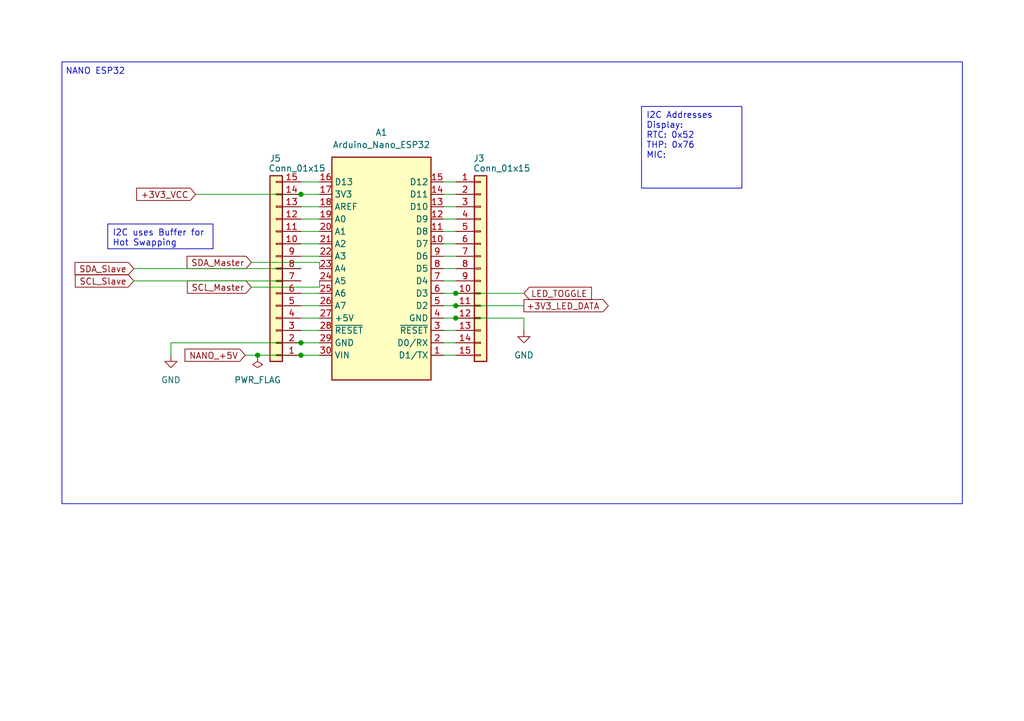
<source format=kicad_sch>
(kicad_sch (version 20250114) (generator "eeschema") (generator_version "9.0")
  (paper "A5")
  (lib_symbols
    (symbol "Connector_Generic:Conn_01x15" (pin_names (offset 1.016) (hide yes))
      (property "Reference" "J" (at 0 20.32 0))
      (property "Value" "Conn_01x15" (at 0 -20.32 0))
      (symbol "Conn_01x15_1_1"
        (rectangle (start -1.27 19.05) (end 1.27 -19.05) (stroke (width 0.254)) (fill (type background)))
        (rectangle (start -1.27 17.907) (end 0 17.653) (stroke (width 0.1524)))
        (rectangle (start -1.27 15.367) (end 0 15.113) (stroke (width 0.1524)))
        (rectangle (start -1.27 12.827) (end 0 12.573) (stroke (width 0.1524)))
        (rectangle (start -1.27 10.287) (end 0 10.033) (stroke (width 0.1524)))
        (rectangle (start -1.27 7.747) (end 0 7.493) (stroke (width 0.1524)))
        (rectangle (start -1.27 5.207) (end 0 4.953) (stroke (width 0.1524)))
        (rectangle (start -1.27 2.667) (end 0 2.413) (stroke (width 0.1524)))
        (rectangle (start -1.27 0.127) (end 0 -0.127) (stroke (width 0.1524)))
        (rectangle (start -1.27 -2.413) (end 0 -2.667) (stroke (width 0.1524)))
        (rectangle (start -1.27 -4.953) (end 0 -5.207) (stroke (width 0.1524)))
        (rectangle (start -1.27 -7.493) (end 0 -7.747) (stroke (width 0.1524)))
        (rectangle (start -1.27 -10.033) (end 0 -10.287) (stroke (width 0.1524)))
        (rectangle (start -1.27 -12.573) (end 0 -12.827) (stroke (width 0.1524)))
        (rectangle (start -1.27 -15.113) (end 0 -15.367) (stroke (width 0.1524)))
        (rectangle (start -1.27 -17.653) (end 0 -17.907) (stroke (width 0.1524)))
        (pin passive line (at -5.08 17.78 0) (length 3.81) (name "Pin_1") (number "1"))
        (pin passive line (at -5.08 15.24 0) (length 3.81) (name "Pin_2") (number "2"))
        (pin passive line (at -5.08 12.7 0) (length 3.81) (name "Pin_3") (number "3"))
        (pin passive line (at -5.08 10.16 0) (length 3.81) (name "Pin_4") (number "4"))
        (pin passive line (at -5.08 7.62 0) (length 3.81) (name "Pin_5") (number "5"))
        (pin passive line (at -5.08 5.08 0) (length 3.81) (name "Pin_6") (number "6"))
        (pin passive line (at -5.08 2.54 0) (length 3.81) (name "Pin_7") (number "7"))
        (pin passive line (at -5.08 0 0) (length 3.81) (name "Pin_8") (number "8"))
        (pin passive line (at -5.08 -2.54 0) (length 3.81) (name "Pin_9") (number "9"))
        (pin passive line (at -5.08 -5.08 0) (length 3.81) (name "Pin_10") (number "10"))
        (pin passive line (at -5.08 -7.62 0) (length 3.81) (name "Pin_11") (number "11"))
        (pin passive line (at -5.08 -10.16 0) (length 3.81) (name "Pin_12") (number "12"))
        (pin passive line (at -5.08 -12.7 0) (length 3.81) (name "Pin_13") (number "13"))
        (pin passive line (at -5.08 -15.24 0) (length 3.81) (name "Pin_14") (number "14"))
        (pin passive line (at -5.08 -17.78 0) (length 3.81) (name "Pin_15") (number "15"))
      )
    )
    (symbol "power:GND" (power) (pin_numbers (hide yes)) (pin_names (offset 0) (hide yes))
      (property "Value" "GND" (at 0 -3.81 0))
      (symbol "GND_0_1"
        (polyline (pts (xy 0 0) (xy 0 -1.27) (xy 1.27 -1.27) (xy 0 -2.54) (xy -1.27 -1.27) (xy 0 -1.27)))
      )
      (symbol "GND_1_1"
        (pin power_in line (at 0 0 270) (length 0) (name "~") (number "1"))
      )
    )
    (symbol "power:PWR_FLAG" (power) (pin_numbers (hide yes)) (pin_names (offset 0) (hide yes))
      (property "Value" "PWR_FLAG" (at 0 3.81 0))
      (symbol "PWR_FLAG_0_0"
        (pin power_out line (at 0 0 90) (length 0) (name "~") (number "1"))
      )
      (symbol "PWR_FLAG_0_1"
        (polyline (pts (xy 0 0) (xy 0 1.27) (xy -1.016 1.905) (xy 0 2.54) (xy 1.016 1.905) (xy 0 1.27)))
      )
    )
    (symbol "syms_foots:Arduino_Nano_v3.x"
      (property "Reference" "A" (at -10.16 23.495 0))
      (property "Value" "Arduino_Nano_v3.x" (at 2.54 -20.32 0))
      (symbol "Arduino_Nano_v3.x_0_1"
        (rectangle (start -10.16 22.86) (end 10.16 -22.86) (stroke (width 0.254)) (fill (type background)))
      )
      (symbol "Arduino_Nano_v3.x_1_1"
        (pin bidirectional line (at -12.7 17.78 0) (length 2.54) (name "D13") (number "16"))
        (pin power_out line (at -12.7 15.24 0) (length 2.54) (name "3V3") (number "17"))
        (pin input line (at -12.7 12.7 0) (length 2.54) (name "AREF") (number "18"))
        (pin bidirectional line (at -12.7 10.16 0) (length 2.54) (name "A0") (number "19"))
        (pin bidirectional line (at -12.7 7.62 0) (length 2.54) (name "A1") (number "20"))
        (pin bidirectional line (at -12.7 5.08 0) (length 2.54) (name "A2") (number "21"))
        (pin bidirectional line (at -12.7 2.54 0) (length 2.54) (name "A3") (number "22"))
        (pin bidirectional line (at -12.7 0 0) (length 2.54) (name "A4") (number "23"))
        (pin bidirectional line (at -12.7 -2.54 0) (length 2.54) (name "A5") (number "24"))
        (pin bidirectional line (at -12.7 -5.08 0) (length 2.54) (name "A6") (number "25"))
        (pin bidirectional line (at -12.7 -7.62 0) (length 2.54) (name "A7") (number "26"))
        (pin power_out line (at -12.7 -10.16 0) (length 2.54) (name "+5V") (number "27"))
        (pin input line (at -12.7 -12.7 0) (length 2.54) (name "~{RESET}") (number "28"))
        (pin power_in line (at -12.7 -15.24 0) (length 2.54) (name "GND") (number "29"))
        (pin power_in line (at -12.7 -17.78 0) (length 2.54) (name "VIN") (number "30"))
        (pin bidirectional line (at 12.7 17.78 180) (length 2.54) (name "D12") (number "15"))
        (pin bidirectional line (at 12.7 15.24 180) (length 2.54) (name "D11") (number "14"))
        (pin bidirectional line (at 12.7 12.7 180) (length 2.54) (name "D10") (number "13"))
        (pin bidirectional line (at 12.7 10.16 180) (length 2.54) (name "D9") (number "12"))
        (pin bidirectional line (at 12.7 7.62 180) (length 2.54) (name "D8") (number "11"))
        (pin bidirectional line (at 12.7 5.08 180) (length 2.54) (name "D7") (number "10"))
        (pin bidirectional line (at 12.7 2.54 180) (length 2.54) (name "D6") (number "9"))
        (pin bidirectional line (at 12.7 0 180) (length 2.54) (name "D5") (number "8"))
        (pin bidirectional line (at 12.7 -2.54 180) (length 2.54) (name "D4") (number "7"))
        (pin bidirectional line (at 12.7 -5.08 180) (length 2.54) (name "D3") (number "6"))
        (pin bidirectional line (at 12.7 -7.62 180) (length 2.54) (name "D2") (number "5"))
        (pin power_in line (at 12.7 -10.16 180) (length 2.54) (name "GND") (number "4"))
        (pin input line (at 12.7 -12.7 180) (length 2.54) (name "~{RESET}") (number "3"))
        (pin bidirectional line (at 12.7 -15.24 180) (length 2.54) (name "D0/RX") (number "2"))
        (pin bidirectional line (at 12.7 -17.78 180) (length 2.54) (name "D1/TX") (number "1"))
      )
    )
  )
  (rectangle (start 12.7 12.7) (end 197.358 103.378))
  (text "NANO ESP32" (at 19.558 14.732 0) (effects (font (size 1.27 1.27))))
  (text_box "I2C Addresses\nDisplay:\nRTC: 0x52\nTHP: 0x76\nMIC:" (at 131.572 21.844 0) (size 20.574 16.764) (margins 0.9525 0.9525 0.9525 0.9525) (effects (font (size 1.27 1.27)) (justify left top)))
  (text_box "I2C uses Buffer for Hot Swapping" (at 22.098 45.974 0) (size 21.59 5.08) (margins 0.9525 0.9525 0.9525 0.9525) (effects (font (size 1.27 1.27)) (justify left top)))
  (junction (at 93.472 60.198))
  (junction (at 61.722 39.878))
  (junction (at 52.832 72.898))
  (junction (at 93.472 65.278))
  (junction (at 61.722 70.358))
  (junction (at 93.472 62.738))
  (junction (at 61.722 72.898))
  (wire (pts (xy 40.132 39.878) (xy 61.722 39.878)))
  (wire (pts (xy 61.722 39.878) (xy 65.532 39.878)))
  (wire (pts (xy 65.532 57.658) (xy 65.532 58.928)))
  (wire (pts (xy 61.722 67.818) (xy 65.532 67.818)))
  (wire (pts (xy 61.722 72.898) (xy 65.532 72.898)))
  (wire (pts (xy 90.932 47.498) (xy 93.472 47.498)))
  (wire (pts (xy 61.722 65.278) (xy 65.532 65.278)))
  (wire (pts (xy 90.932 60.198) (xy 93.472 60.198)))
  (wire (pts (xy 51.562 58.928) (xy 65.532 58.928)))
  (wire (pts (xy 90.932 37.338) (xy 93.472 37.338)))
  (wire (pts (xy 90.932 39.878) (xy 93.472 39.878)))
  (wire (pts (xy 90.932 72.898) (xy 93.472 72.898)))
  (wire (pts (xy 90.932 62.738) (xy 93.472 62.738)))
  (wire (pts (xy 35.052 70.358) (xy 61.722 70.358)))
  (wire (pts (xy 90.932 65.278) (xy 93.472 65.278)))
  (wire (pts (xy 27.432 57.658) (xy 61.722 57.658)))
  (wire (pts (xy 61.722 62.738) (xy 65.532 62.738)))
  (wire (pts (xy 90.932 52.578) (xy 93.472 52.578)))
  (wire (pts (xy 90.932 42.418) (xy 93.472 42.418)))
  (wire (pts (xy 90.932 70.358) (xy 93.472 70.358)))
  (wire (pts (xy 93.472 60.198) (xy 107.442 60.198)))
  (wire (pts (xy 93.472 65.278) (xy 107.442 65.278)))
  (wire (pts (xy 27.432 55.118) (xy 61.722 55.118)))
  (wire (pts (xy 35.052 70.358) (xy 35.052 72.898)))
  (wire (pts (xy 107.442 62.738) (xy 93.472 62.738)))
  (wire (pts (xy 65.532 53.848) (xy 65.532 55.118)))
  (wire (pts (xy 61.722 42.418) (xy 65.532 42.418)))
  (wire (pts (xy 107.442 65.278) (xy 107.442 67.818)))
  (wire (pts (xy 61.722 70.358) (xy 65.532 70.358)))
  (wire (pts (xy 61.722 50.038) (xy 65.532 50.038)))
  (wire (pts (xy 61.722 44.958) (xy 65.532 44.958)))
  (wire (pts (xy 90.932 55.118) (xy 93.472 55.118)))
  (wire (pts (xy 61.722 47.498) (xy 65.532 47.498)))
  (wire (pts (xy 61.722 52.578) (xy 65.532 52.578)))
  (wire (pts (xy 90.932 67.818) (xy 93.472 67.818)))
  (wire (pts (xy 51.562 53.848) (xy 65.532 53.848)))
  (wire (pts (xy 52.832 72.898) (xy 61.722 72.898)))
  (wire (pts (xy 61.722 37.338) (xy 65.532 37.338)))
  (wire (pts (xy 61.722 60.198) (xy 65.532 60.198)))
  (wire (pts (xy 90.932 57.658) (xy 93.472 57.658)))
  (wire (pts (xy 90.932 50.038) (xy 93.472 50.038)))
  (wire (pts (xy 50.292 72.898) (xy 52.832 72.898)))
  (wire (pts (xy 90.932 44.958) (xy 93.472 44.958)))
  (global_label "SDA_Slave" (shape input) (at 27.432 55.118 180) (property "Intersheetrefs" "${INTERSHEET_REFS}" (effects (hide yes))))
  (global_label "+3V3_VCC" (shape input) (at 40.132 39.878 180) (property "Intersheetrefs" "${INTERSHEET_REFS}" (effects (hide yes))))
  (global_label "SCL_Slave" (shape input) (at 27.432 57.658 180) (property "Intersheetrefs" "${INTERSHEET_REFS}" (effects (hide yes))))
  (global_label "NANO_+5V" (shape input) (at 50.292 72.898 180) (property "Intersheetrefs" "${INTERSHEET_REFS}" (effects (hide yes))))
  (global_label "SDA_Master" (shape input) (at 51.562 53.848 180) (property "Intersheetrefs" "${INTERSHEET_REFS}" (effects (hide yes))))
  (global_label "+3V3_LED_DATA" (shape output) (at 107.442 62.738 0) (property "Intersheetrefs" "${INTERSHEET_REFS}" (effects (hide yes))))
  (global_label "LED_TOGGLE" (shape input) (at 107.442 60.198 0) (property "Intersheetrefs" "${INTERSHEET_REFS}" (effects (hide yes))))
  (global_label "SCL_Master" (shape input) (at 51.562 58.928 180) (property "Intersheetrefs" "${INTERSHEET_REFS}" (effects (hide yes))))
  (symbol (lib_id "power:GND") (at 107.442 67.818 0) (unit 1)
    (property "Reference" "#PWR044" (effects (hide yes)))
    (property "Value" "GND" (at 107.442 72.898 0))
    (property "Description" "Power symbol creates a global label with name \"GND\" , ground" (effects (hide yes)))
  )
  (symbol (lib_id "power:GND") (at 35.052 72.898 0) (unit 1)
    (property "Reference" "#PWR045" (effects (hide yes)))
    (property "Value" "GND" (at 35.052 77.978 0))
    (property "Description" "Power symbol creates a global label with name \"GND\" , ground" (effects (hide yes)))
  )
  (symbol (lib_id "Connector_Generic:Conn_01x15") (at 98.552 55.118 0) (unit 1)
    (property "Reference" "J3" (at 97.028 32.512 0) (effects (justify left)))
    (property "Value" "Conn_01x15" (at 97.028 34.544 0) (effects (justify left)))
    (property "Footprint" "Connector_PinHeader_2.54mm:PinHeader_1x15_P2.54mm_Vertical" (effects (hide yes)))
    (property "Description" "Generic connector, single row, 01x15, script generated (kicad-library-utils/schlib/autogen/connector/)" (effects (hide yes)))
  )
  (symbol (lib_id "power:PWR_FLAG") (at 52.832 72.898 180) (unit 1)
    (property "Reference" "#FLG03" (effects (hide yes)))
    (property "Value" "PWR_FLAG" (at 52.832 77.978 0))
    (property "Description" "Special symbol for telling ERC where power comes from" (effects (hide yes)))
  )
  (symbol (lib_id "syms_foots:Arduino_Nano_v3.x") (at 78.232 55.118 0) (unit 1)
    (property "Reference" "A1" (at 78.232 27.178 0))
    (property "Value" "Arduino_Nano_ESP32" (at 78.232 29.718 0))
    (property "Footprint" "Module:Arduino_Nano" (effects (hide yes)))
    (property "Datasheet" "http://www.mouser.com/pdfdocs/Gravitech_Arduino_Nano3_0.pdf" (effects (hide yes)))
    (property "Description" "Arduino Nano v3.x" (effects (hide yes)))
  )
  (symbol (lib_id "Connector_Generic:Conn_01x15") (at 56.642 55.118 180) (unit 1)
    (property "Reference" "J5" (at 57.658 32.512 0) (effects (justify left)))
    (property "Value" "Conn_01x15" (at 66.802 34.544 0) (effects (justify left)))
    (property "Footprint" "Connector_PinHeader_2.54mm:PinHeader_1x15_P2.54mm_Vertical" (effects (hide yes)))
    (property "Description" "Generic connector, single row, 01x15, script generated (kicad-library-utils/schlib/autogen/connector/)" (effects (hide yes)))
  )
)
</source>
